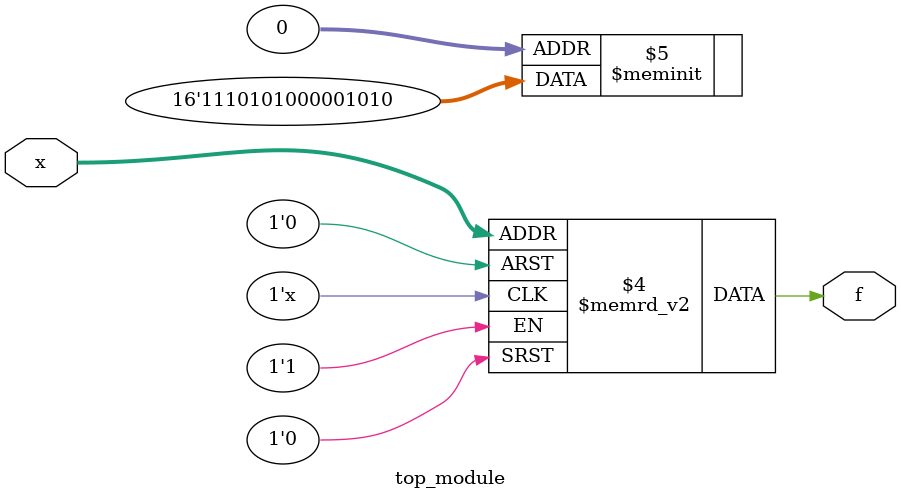
<source format=sv>
module top_module (
    input [4:1] x,
    output logic f
);

always_comb begin
    case (x)
        4'b0001, 4'b0011, 4'b1001, 4'b1101, 4'b1110: f = 1'b1;
        4'b0100, 4'b0101, 4'b0111, 4'b1000, 4'b1010: f = 1'b0;
        4'b1011, 4'b1111: f = 1'b1; // handle don't-care cases
        default: f = 1'b0; // handle any other cases
    endcase
end

endmodule

</source>
